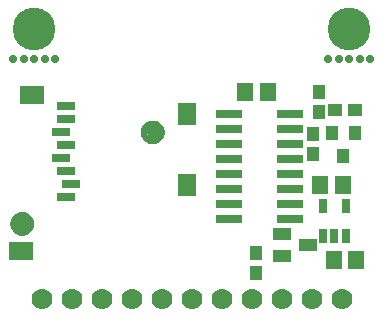
<source format=gbr>
G04 EAGLE Gerber RS-274X export*
G75*
%MOMM*%
%FSLAX34Y34*%
%LPD*%
%INSoldermask Top*%
%IPPOS*%
%AMOC8*
5,1,8,0,0,1.08239X$1,22.5*%
G01*
%ADD10C,0.701600*%
%ADD11C,1.101600*%
%ADD12C,0.500000*%
%ADD13R,1.501600X1.101600*%
%ADD14R,1.101600X1.176600*%
%ADD15R,2.001600X1.501600*%
%ADD16R,1.501600X1.901600*%
%ADD17R,1.601600X0.801600*%
%ADD18R,1.341600X1.601600*%
%ADD19R,2.301600X0.701600*%
%ADD20R,0.651600X1.301600*%
%ADD21R,1.101600X1.301600*%
%ADD22R,1.176600X1.101600*%
%ADD23C,1.778000*%
%ADD24C,3.617600*%


D10*
X27940Y139700D03*
X19050Y139700D03*
X10160Y139700D03*
X1270Y139700D03*
X-7620Y139700D03*
X294640Y139700D03*
X285750Y139700D03*
X276860Y139700D03*
X267970Y139700D03*
X259080Y139700D03*
D11*
X0Y0D03*
D12*
X0Y7500D02*
X-181Y7498D01*
X-362Y7491D01*
X-543Y7480D01*
X-724Y7465D01*
X-904Y7445D01*
X-1084Y7421D01*
X-1263Y7393D01*
X-1441Y7360D01*
X-1618Y7323D01*
X-1795Y7282D01*
X-1970Y7237D01*
X-2145Y7187D01*
X-2318Y7133D01*
X-2489Y7075D01*
X-2660Y7013D01*
X-2828Y6946D01*
X-2995Y6876D01*
X-3161Y6802D01*
X-3324Y6723D01*
X-3485Y6641D01*
X-3645Y6555D01*
X-3802Y6465D01*
X-3957Y6371D01*
X-4110Y6274D01*
X-4260Y6172D01*
X-4408Y6068D01*
X-4554Y5959D01*
X-4696Y5848D01*
X-4836Y5732D01*
X-4973Y5614D01*
X-5108Y5492D01*
X-5239Y5367D01*
X-5367Y5239D01*
X-5492Y5108D01*
X-5614Y4973D01*
X-5732Y4836D01*
X-5848Y4696D01*
X-5959Y4554D01*
X-6068Y4408D01*
X-6172Y4260D01*
X-6274Y4110D01*
X-6371Y3957D01*
X-6465Y3802D01*
X-6555Y3645D01*
X-6641Y3485D01*
X-6723Y3324D01*
X-6802Y3161D01*
X-6876Y2995D01*
X-6946Y2828D01*
X-7013Y2660D01*
X-7075Y2489D01*
X-7133Y2318D01*
X-7187Y2145D01*
X-7237Y1970D01*
X-7282Y1795D01*
X-7323Y1618D01*
X-7360Y1441D01*
X-7393Y1263D01*
X-7421Y1084D01*
X-7445Y904D01*
X-7465Y724D01*
X-7480Y543D01*
X-7491Y362D01*
X-7498Y181D01*
X-7500Y0D01*
X0Y7500D02*
X181Y7498D01*
X362Y7491D01*
X543Y7480D01*
X724Y7465D01*
X904Y7445D01*
X1084Y7421D01*
X1263Y7393D01*
X1441Y7360D01*
X1618Y7323D01*
X1795Y7282D01*
X1970Y7237D01*
X2145Y7187D01*
X2318Y7133D01*
X2489Y7075D01*
X2660Y7013D01*
X2828Y6946D01*
X2995Y6876D01*
X3161Y6802D01*
X3324Y6723D01*
X3485Y6641D01*
X3645Y6555D01*
X3802Y6465D01*
X3957Y6371D01*
X4110Y6274D01*
X4260Y6172D01*
X4408Y6068D01*
X4554Y5959D01*
X4696Y5848D01*
X4836Y5732D01*
X4973Y5614D01*
X5108Y5492D01*
X5239Y5367D01*
X5367Y5239D01*
X5492Y5108D01*
X5614Y4973D01*
X5732Y4836D01*
X5848Y4696D01*
X5959Y4554D01*
X6068Y4408D01*
X6172Y4260D01*
X6274Y4110D01*
X6371Y3957D01*
X6465Y3802D01*
X6555Y3645D01*
X6641Y3485D01*
X6723Y3324D01*
X6802Y3161D01*
X6876Y2995D01*
X6946Y2828D01*
X7013Y2660D01*
X7075Y2489D01*
X7133Y2318D01*
X7187Y2145D01*
X7237Y1970D01*
X7282Y1795D01*
X7323Y1618D01*
X7360Y1441D01*
X7393Y1263D01*
X7421Y1084D01*
X7445Y904D01*
X7465Y724D01*
X7480Y543D01*
X7491Y362D01*
X7498Y181D01*
X7500Y0D01*
X7498Y-181D01*
X7491Y-362D01*
X7480Y-543D01*
X7465Y-724D01*
X7445Y-904D01*
X7421Y-1084D01*
X7393Y-1263D01*
X7360Y-1441D01*
X7323Y-1618D01*
X7282Y-1795D01*
X7237Y-1970D01*
X7187Y-2145D01*
X7133Y-2318D01*
X7075Y-2489D01*
X7013Y-2660D01*
X6946Y-2828D01*
X6876Y-2995D01*
X6802Y-3161D01*
X6723Y-3324D01*
X6641Y-3485D01*
X6555Y-3645D01*
X6465Y-3802D01*
X6371Y-3957D01*
X6274Y-4110D01*
X6172Y-4260D01*
X6068Y-4408D01*
X5959Y-4554D01*
X5848Y-4696D01*
X5732Y-4836D01*
X5614Y-4973D01*
X5492Y-5108D01*
X5367Y-5239D01*
X5239Y-5367D01*
X5108Y-5492D01*
X4973Y-5614D01*
X4836Y-5732D01*
X4696Y-5848D01*
X4554Y-5959D01*
X4408Y-6068D01*
X4260Y-6172D01*
X4110Y-6274D01*
X3957Y-6371D01*
X3802Y-6465D01*
X3645Y-6555D01*
X3485Y-6641D01*
X3324Y-6723D01*
X3161Y-6802D01*
X2995Y-6876D01*
X2828Y-6946D01*
X2660Y-7013D01*
X2489Y-7075D01*
X2318Y-7133D01*
X2145Y-7187D01*
X1970Y-7237D01*
X1795Y-7282D01*
X1618Y-7323D01*
X1441Y-7360D01*
X1263Y-7393D01*
X1084Y-7421D01*
X904Y-7445D01*
X724Y-7465D01*
X543Y-7480D01*
X362Y-7491D01*
X181Y-7498D01*
X0Y-7500D01*
X-181Y-7498D01*
X-362Y-7491D01*
X-543Y-7480D01*
X-724Y-7465D01*
X-904Y-7445D01*
X-1084Y-7421D01*
X-1263Y-7393D01*
X-1441Y-7360D01*
X-1618Y-7323D01*
X-1795Y-7282D01*
X-1970Y-7237D01*
X-2145Y-7187D01*
X-2318Y-7133D01*
X-2489Y-7075D01*
X-2660Y-7013D01*
X-2828Y-6946D01*
X-2995Y-6876D01*
X-3161Y-6802D01*
X-3324Y-6723D01*
X-3485Y-6641D01*
X-3645Y-6555D01*
X-3802Y-6465D01*
X-3957Y-6371D01*
X-4110Y-6274D01*
X-4260Y-6172D01*
X-4408Y-6068D01*
X-4554Y-5959D01*
X-4696Y-5848D01*
X-4836Y-5732D01*
X-4973Y-5614D01*
X-5108Y-5492D01*
X-5239Y-5367D01*
X-5367Y-5239D01*
X-5492Y-5108D01*
X-5614Y-4973D01*
X-5732Y-4836D01*
X-5848Y-4696D01*
X-5959Y-4554D01*
X-6068Y-4408D01*
X-6172Y-4260D01*
X-6274Y-4110D01*
X-6371Y-3957D01*
X-6465Y-3802D01*
X-6555Y-3645D01*
X-6641Y-3485D01*
X-6723Y-3324D01*
X-6802Y-3161D01*
X-6876Y-2995D01*
X-6946Y-2828D01*
X-7013Y-2660D01*
X-7075Y-2489D01*
X-7133Y-2318D01*
X-7187Y-2145D01*
X-7237Y-1970D01*
X-7282Y-1795D01*
X-7323Y-1618D01*
X-7360Y-1441D01*
X-7393Y-1263D01*
X-7421Y-1084D01*
X-7445Y-904D01*
X-7465Y-724D01*
X-7480Y-543D01*
X-7491Y-362D01*
X-7498Y-181D01*
X-7500Y0D01*
D11*
X110490Y77470D03*
D12*
X110490Y84970D02*
X110309Y84968D01*
X110128Y84961D01*
X109947Y84950D01*
X109766Y84935D01*
X109586Y84915D01*
X109406Y84891D01*
X109227Y84863D01*
X109049Y84830D01*
X108872Y84793D01*
X108695Y84752D01*
X108520Y84707D01*
X108345Y84657D01*
X108172Y84603D01*
X108001Y84545D01*
X107830Y84483D01*
X107662Y84416D01*
X107495Y84346D01*
X107329Y84272D01*
X107166Y84193D01*
X107005Y84111D01*
X106845Y84025D01*
X106688Y83935D01*
X106533Y83841D01*
X106380Y83744D01*
X106230Y83642D01*
X106082Y83538D01*
X105936Y83429D01*
X105794Y83318D01*
X105654Y83202D01*
X105517Y83084D01*
X105382Y82962D01*
X105251Y82837D01*
X105123Y82709D01*
X104998Y82578D01*
X104876Y82443D01*
X104758Y82306D01*
X104642Y82166D01*
X104531Y82024D01*
X104422Y81878D01*
X104318Y81730D01*
X104216Y81580D01*
X104119Y81427D01*
X104025Y81272D01*
X103935Y81115D01*
X103849Y80955D01*
X103767Y80794D01*
X103688Y80631D01*
X103614Y80465D01*
X103544Y80298D01*
X103477Y80130D01*
X103415Y79959D01*
X103357Y79788D01*
X103303Y79615D01*
X103253Y79440D01*
X103208Y79265D01*
X103167Y79088D01*
X103130Y78911D01*
X103097Y78733D01*
X103069Y78554D01*
X103045Y78374D01*
X103025Y78194D01*
X103010Y78013D01*
X102999Y77832D01*
X102992Y77651D01*
X102990Y77470D01*
X110490Y84970D02*
X110671Y84968D01*
X110852Y84961D01*
X111033Y84950D01*
X111214Y84935D01*
X111394Y84915D01*
X111574Y84891D01*
X111753Y84863D01*
X111931Y84830D01*
X112108Y84793D01*
X112285Y84752D01*
X112460Y84707D01*
X112635Y84657D01*
X112808Y84603D01*
X112979Y84545D01*
X113150Y84483D01*
X113318Y84416D01*
X113485Y84346D01*
X113651Y84272D01*
X113814Y84193D01*
X113975Y84111D01*
X114135Y84025D01*
X114292Y83935D01*
X114447Y83841D01*
X114600Y83744D01*
X114750Y83642D01*
X114898Y83538D01*
X115044Y83429D01*
X115186Y83318D01*
X115326Y83202D01*
X115463Y83084D01*
X115598Y82962D01*
X115729Y82837D01*
X115857Y82709D01*
X115982Y82578D01*
X116104Y82443D01*
X116222Y82306D01*
X116338Y82166D01*
X116449Y82024D01*
X116558Y81878D01*
X116662Y81730D01*
X116764Y81580D01*
X116861Y81427D01*
X116955Y81272D01*
X117045Y81115D01*
X117131Y80955D01*
X117213Y80794D01*
X117292Y80631D01*
X117366Y80465D01*
X117436Y80298D01*
X117503Y80130D01*
X117565Y79959D01*
X117623Y79788D01*
X117677Y79615D01*
X117727Y79440D01*
X117772Y79265D01*
X117813Y79088D01*
X117850Y78911D01*
X117883Y78733D01*
X117911Y78554D01*
X117935Y78374D01*
X117955Y78194D01*
X117970Y78013D01*
X117981Y77832D01*
X117988Y77651D01*
X117990Y77470D01*
X117988Y77289D01*
X117981Y77108D01*
X117970Y76927D01*
X117955Y76746D01*
X117935Y76566D01*
X117911Y76386D01*
X117883Y76207D01*
X117850Y76029D01*
X117813Y75852D01*
X117772Y75675D01*
X117727Y75500D01*
X117677Y75325D01*
X117623Y75152D01*
X117565Y74981D01*
X117503Y74810D01*
X117436Y74642D01*
X117366Y74475D01*
X117292Y74309D01*
X117213Y74146D01*
X117131Y73985D01*
X117045Y73825D01*
X116955Y73668D01*
X116861Y73513D01*
X116764Y73360D01*
X116662Y73210D01*
X116558Y73062D01*
X116449Y72916D01*
X116338Y72774D01*
X116222Y72634D01*
X116104Y72497D01*
X115982Y72362D01*
X115857Y72231D01*
X115729Y72103D01*
X115598Y71978D01*
X115463Y71856D01*
X115326Y71738D01*
X115186Y71622D01*
X115044Y71511D01*
X114898Y71402D01*
X114750Y71298D01*
X114600Y71196D01*
X114447Y71099D01*
X114292Y71005D01*
X114135Y70915D01*
X113975Y70829D01*
X113814Y70747D01*
X113651Y70668D01*
X113485Y70594D01*
X113318Y70524D01*
X113150Y70457D01*
X112979Y70395D01*
X112808Y70337D01*
X112635Y70283D01*
X112460Y70233D01*
X112285Y70188D01*
X112108Y70147D01*
X111931Y70110D01*
X111753Y70077D01*
X111574Y70049D01*
X111394Y70025D01*
X111214Y70005D01*
X111033Y69990D01*
X110852Y69979D01*
X110671Y69972D01*
X110490Y69970D01*
X110309Y69972D01*
X110128Y69979D01*
X109947Y69990D01*
X109766Y70005D01*
X109586Y70025D01*
X109406Y70049D01*
X109227Y70077D01*
X109049Y70110D01*
X108872Y70147D01*
X108695Y70188D01*
X108520Y70233D01*
X108345Y70283D01*
X108172Y70337D01*
X108001Y70395D01*
X107830Y70457D01*
X107662Y70524D01*
X107495Y70594D01*
X107329Y70668D01*
X107166Y70747D01*
X107005Y70829D01*
X106845Y70915D01*
X106688Y71005D01*
X106533Y71099D01*
X106380Y71196D01*
X106230Y71298D01*
X106082Y71402D01*
X105936Y71511D01*
X105794Y71622D01*
X105654Y71738D01*
X105517Y71856D01*
X105382Y71978D01*
X105251Y72103D01*
X105123Y72231D01*
X104998Y72362D01*
X104876Y72497D01*
X104758Y72634D01*
X104642Y72774D01*
X104531Y72916D01*
X104422Y73062D01*
X104318Y73210D01*
X104216Y73360D01*
X104119Y73513D01*
X104025Y73668D01*
X103935Y73825D01*
X103849Y73985D01*
X103767Y74146D01*
X103688Y74309D01*
X103614Y74475D01*
X103544Y74642D01*
X103477Y74810D01*
X103415Y74981D01*
X103357Y75152D01*
X103303Y75325D01*
X103253Y75500D01*
X103208Y75675D01*
X103167Y75852D01*
X103130Y76029D01*
X103097Y76207D01*
X103069Y76386D01*
X103045Y76566D01*
X103025Y76746D01*
X103010Y76927D01*
X102999Y77108D01*
X102992Y77289D01*
X102990Y77470D01*
D13*
X242140Y-17780D03*
X220140Y-27280D03*
X220140Y-8280D03*
D14*
X198120Y-24520D03*
X198120Y-41520D03*
D15*
X8110Y109030D03*
X-890Y-22970D03*
D16*
X139110Y93030D03*
X139110Y33030D03*
D17*
X37110Y100030D03*
X37110Y89030D03*
X33110Y78030D03*
X37110Y67030D03*
X33110Y56030D03*
X37110Y45030D03*
X41110Y34030D03*
X37110Y23030D03*
D18*
X188620Y111760D03*
X207620Y111760D03*
D19*
X174660Y80010D03*
X226660Y54610D03*
X174660Y92710D03*
X174660Y67310D03*
X174660Y54610D03*
X226660Y67310D03*
X226660Y41910D03*
X226660Y29210D03*
X174660Y29210D03*
X226660Y3810D03*
X174660Y41910D03*
X174660Y16510D03*
X226660Y16510D03*
X174660Y3810D03*
X226660Y80010D03*
X226660Y92710D03*
D20*
X254660Y-10461D03*
X264160Y-10461D03*
X273660Y-10461D03*
X273660Y15541D03*
X254660Y15541D03*
D18*
X252120Y33020D03*
X271120Y33020D03*
X282550Y-30480D03*
X263550Y-30480D03*
D14*
X246380Y58810D03*
X246380Y75810D03*
D21*
X271780Y57310D03*
X262280Y77310D03*
X281280Y77310D03*
D22*
X264550Y96520D03*
X281550Y96520D03*
D14*
X251460Y94370D03*
X251460Y111370D03*
D23*
X270510Y-63500D03*
X245110Y-63500D03*
X219710Y-63500D03*
X194310Y-63500D03*
X168910Y-63500D03*
X143510Y-63500D03*
X118110Y-63500D03*
X92710Y-63500D03*
X67310Y-63500D03*
X41910Y-63500D03*
X16510Y-63500D03*
D24*
X10160Y165100D03*
X276860Y165100D03*
M02*

</source>
